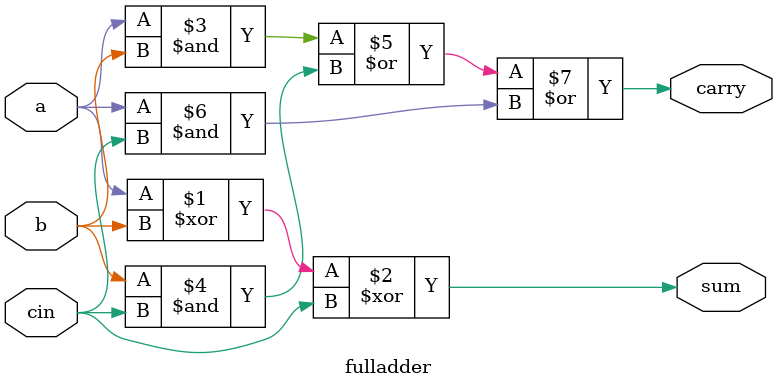
<source format=v>
module fulladder(input a,b,cin,output sum,carry);
  assign sum=a^b^cin;
  assign carry=(a&b)|(b&cin)|(a&cin);
endmodule
/*half adder
module ha(input a,b, output sum,carry);
  assign sum=a^b;
  assign carry=a&b;
endmodule
//OR(gatemodeling)
module fa(input a,b,cin,output sum,carry);
   wire y1,y2,y3,y4;
   xor(y1,a,b);
   xor(sum,y1,cin);
   and(y3,a,b);
   and(y4,y3,cin);
   or(cout,y3,y4);*/


</source>
